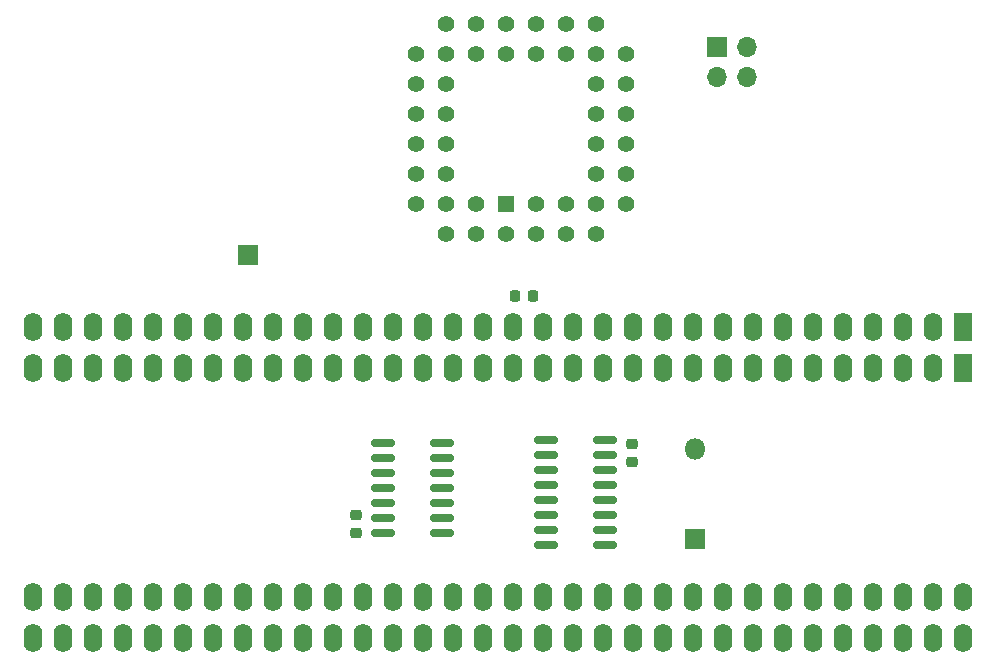
<source format=gts>
G04 #@! TF.GenerationSoftware,KiCad,Pcbnew,6.0.4-6f826c9f35~116~ubuntu18.04.1*
G04 #@! TF.CreationDate,2022-06-01T20:55:35+10:00*
G04 #@! TF.ProjectId,256KROM,3235364b-524f-44d2-9e6b-696361645f70,rev?*
G04 #@! TF.SameCoordinates,Original*
G04 #@! TF.FileFunction,Soldermask,Top*
G04 #@! TF.FilePolarity,Negative*
%FSLAX46Y46*%
G04 Gerber Fmt 4.6, Leading zero omitted, Abs format (unit mm)*
G04 Created by KiCad (PCBNEW 6.0.4-6f826c9f35~116~ubuntu18.04.1) date 2022-06-01 20:55:35*
%MOMM*%
%LPD*%
G01*
G04 APERTURE LIST*
G04 Aperture macros list*
%AMRoundRect*
0 Rectangle with rounded corners*
0 $1 Rounding radius*
0 $2 $3 $4 $5 $6 $7 $8 $9 X,Y pos of 4 corners*
0 Add a 4 corners polygon primitive as box body*
4,1,4,$2,$3,$4,$5,$6,$7,$8,$9,$2,$3,0*
0 Add four circle primitives for the rounded corners*
1,1,$1+$1,$2,$3*
1,1,$1+$1,$4,$5*
1,1,$1+$1,$6,$7*
1,1,$1+$1,$8,$9*
0 Add four rect primitives between the rounded corners*
20,1,$1+$1,$2,$3,$4,$5,0*
20,1,$1+$1,$4,$5,$6,$7,0*
20,1,$1+$1,$6,$7,$8,$9,0*
20,1,$1+$1,$8,$9,$2,$3,0*%
G04 Aperture macros list end*
%ADD10R,1.422400X1.422400*%
%ADD11C,1.422400*%
%ADD12R,1.600000X2.400000*%
%ADD13O,1.600000X2.400000*%
%ADD14RoundRect,0.150000X-0.825000X-0.150000X0.825000X-0.150000X0.825000X0.150000X-0.825000X0.150000X0*%
%ADD15RoundRect,0.150000X0.825000X0.150000X-0.825000X0.150000X-0.825000X-0.150000X0.825000X-0.150000X0*%
%ADD16RoundRect,0.225000X-0.250000X0.225000X-0.250000X-0.225000X0.250000X-0.225000X0.250000X0.225000X0*%
%ADD17RoundRect,0.225000X0.250000X-0.225000X0.250000X0.225000X-0.250000X0.225000X-0.250000X-0.225000X0*%
%ADD18RoundRect,0.225000X0.225000X0.250000X-0.225000X0.250000X-0.225000X-0.250000X0.225000X-0.250000X0*%
%ADD19R,1.700000X1.700000*%
%ADD20O,1.700000X1.700000*%
%ADD21R,1.800000X1.800000*%
%ADD22O,1.800000X1.800000*%
G04 APERTURE END LIST*
D10*
X111252000Y-108331000D03*
D11*
X113792000Y-110871000D03*
X113792000Y-108331000D03*
X116332000Y-110871000D03*
X116332000Y-108331000D03*
X118872000Y-110871000D03*
X121412000Y-108331000D03*
X118872000Y-108331000D03*
X121412000Y-105791000D03*
X118872000Y-105791000D03*
X121412000Y-103251000D03*
X118872000Y-103251000D03*
X121412000Y-100711000D03*
X118872000Y-100711000D03*
X121412000Y-98171000D03*
X118872000Y-98171000D03*
X121412000Y-95631000D03*
X118872000Y-93091000D03*
X118872000Y-95631000D03*
X116332000Y-93091000D03*
X116332000Y-95631000D03*
X113792000Y-93091000D03*
X113792000Y-95631000D03*
X111252000Y-93091000D03*
X111252000Y-95631000D03*
X108712000Y-93091000D03*
X108712000Y-95631000D03*
X106172000Y-93091000D03*
X103632000Y-95631000D03*
X106172000Y-95631000D03*
X103632000Y-98171000D03*
X106172000Y-98171000D03*
X103632000Y-100711000D03*
X106172000Y-100711000D03*
X103632000Y-103251000D03*
X106172000Y-103251000D03*
X103632000Y-105791000D03*
X106172000Y-105791000D03*
X103632000Y-108331000D03*
X106172000Y-110871000D03*
X106172000Y-108331000D03*
X108712000Y-110871000D03*
X108712000Y-108331000D03*
X111252000Y-110871000D03*
D12*
X149987000Y-122174000D03*
D13*
X147447000Y-122174000D03*
X144907000Y-122174000D03*
X142367000Y-122174000D03*
X139827000Y-122174000D03*
X137287000Y-122174000D03*
X134747000Y-122174000D03*
X132207000Y-122174000D03*
X129667000Y-122174000D03*
X127127000Y-122174000D03*
X124587000Y-122174000D03*
X122047000Y-122174000D03*
X119507000Y-122174000D03*
X116967000Y-122174000D03*
X114427000Y-122174000D03*
X111887000Y-122174000D03*
X109347000Y-122174000D03*
X106807000Y-122174000D03*
X104267000Y-122174000D03*
X101727000Y-122174000D03*
X99187000Y-122174000D03*
X96647000Y-122174000D03*
X94107000Y-122174000D03*
X91567000Y-122174000D03*
X89027000Y-122174000D03*
X86487000Y-122174000D03*
X83947000Y-122174000D03*
X81407000Y-122174000D03*
X78867000Y-122174000D03*
X76327000Y-122174000D03*
X73787000Y-122174000D03*
X71247000Y-122174000D03*
X71247000Y-145034000D03*
X73787000Y-145034000D03*
X76327000Y-145034000D03*
X78867000Y-145034000D03*
X81407000Y-145034000D03*
X83947000Y-145034000D03*
X86487000Y-145034000D03*
X89027000Y-145034000D03*
X91567000Y-145034000D03*
X94107000Y-145034000D03*
X96647000Y-145034000D03*
X99187000Y-145034000D03*
X101727000Y-145034000D03*
X104267000Y-145034000D03*
X106807000Y-145034000D03*
X109347000Y-145034000D03*
X111887000Y-145034000D03*
X114427000Y-145034000D03*
X116967000Y-145034000D03*
X119507000Y-145034000D03*
X122047000Y-145034000D03*
X124587000Y-145034000D03*
X127127000Y-145034000D03*
X129667000Y-145034000D03*
X132207000Y-145034000D03*
X134747000Y-145034000D03*
X137287000Y-145034000D03*
X139827000Y-145034000D03*
X142367000Y-145034000D03*
X144907000Y-145034000D03*
X147447000Y-145034000D03*
X149987000Y-145034000D03*
D12*
X149987000Y-118745000D03*
D13*
X147447000Y-118745000D03*
X144907000Y-118745000D03*
X142367000Y-118745000D03*
X139827000Y-118745000D03*
X137287000Y-118745000D03*
X134747000Y-118745000D03*
X132207000Y-118745000D03*
X129667000Y-118745000D03*
X127127000Y-118745000D03*
X124587000Y-118745000D03*
X122047000Y-118745000D03*
X119507000Y-118745000D03*
X116967000Y-118745000D03*
X114427000Y-118745000D03*
X111887000Y-118745000D03*
X109347000Y-118745000D03*
X106807000Y-118745000D03*
X104267000Y-118745000D03*
X101727000Y-118745000D03*
X99187000Y-118745000D03*
X96647000Y-118745000D03*
X94107000Y-118745000D03*
X91567000Y-118745000D03*
X89027000Y-118745000D03*
X86487000Y-118745000D03*
X83947000Y-118745000D03*
X81407000Y-118745000D03*
X78867000Y-118745000D03*
X76327000Y-118745000D03*
X73787000Y-118745000D03*
X71247000Y-118745000D03*
X71247000Y-141605000D03*
X73787000Y-141605000D03*
X76327000Y-141605000D03*
X78867000Y-141605000D03*
X81407000Y-141605000D03*
X83947000Y-141605000D03*
X86487000Y-141605000D03*
X89027000Y-141605000D03*
X91567000Y-141605000D03*
X94107000Y-141605000D03*
X96647000Y-141605000D03*
X99187000Y-141605000D03*
X101727000Y-141605000D03*
X104267000Y-141605000D03*
X106807000Y-141605000D03*
X109347000Y-141605000D03*
X111887000Y-141605000D03*
X114427000Y-141605000D03*
X116967000Y-141605000D03*
X119507000Y-141605000D03*
X122047000Y-141605000D03*
X124587000Y-141605000D03*
X127127000Y-141605000D03*
X129667000Y-141605000D03*
X132207000Y-141605000D03*
X134747000Y-141605000D03*
X137287000Y-141605000D03*
X139827000Y-141605000D03*
X142367000Y-141605000D03*
X144907000Y-141605000D03*
X147447000Y-141605000D03*
X149987000Y-141605000D03*
D14*
X114684000Y-128270000D03*
X114684000Y-129540000D03*
X114684000Y-130810000D03*
X114684000Y-132080000D03*
X114684000Y-133350000D03*
X114684000Y-134620000D03*
X114684000Y-135890000D03*
X114684000Y-137160000D03*
X119634000Y-137160000D03*
X119634000Y-135890000D03*
X119634000Y-134620000D03*
X119634000Y-133350000D03*
X119634000Y-132080000D03*
X119634000Y-130810000D03*
X119634000Y-129540000D03*
X119634000Y-128270000D03*
D15*
X105853000Y-136144000D03*
X105853000Y-134874000D03*
X105853000Y-133604000D03*
X105853000Y-132334000D03*
X105853000Y-131064000D03*
X105853000Y-129794000D03*
X105853000Y-128524000D03*
X100903000Y-128524000D03*
X100903000Y-129794000D03*
X100903000Y-131064000D03*
X100903000Y-132334000D03*
X100903000Y-133604000D03*
X100903000Y-134874000D03*
X100903000Y-136144000D03*
D16*
X121920000Y-128625000D03*
X121920000Y-130175000D03*
D17*
X98552000Y-136170000D03*
X98552000Y-134620000D03*
D18*
X113551000Y-116078000D03*
X112001000Y-116078000D03*
D19*
X89408000Y-112649000D03*
X129159000Y-94996000D03*
D20*
X131699000Y-94996000D03*
X129159000Y-97536000D03*
X131699000Y-97536000D03*
D21*
X127254000Y-136652000D03*
D22*
X127254000Y-129032000D03*
M02*

</source>
